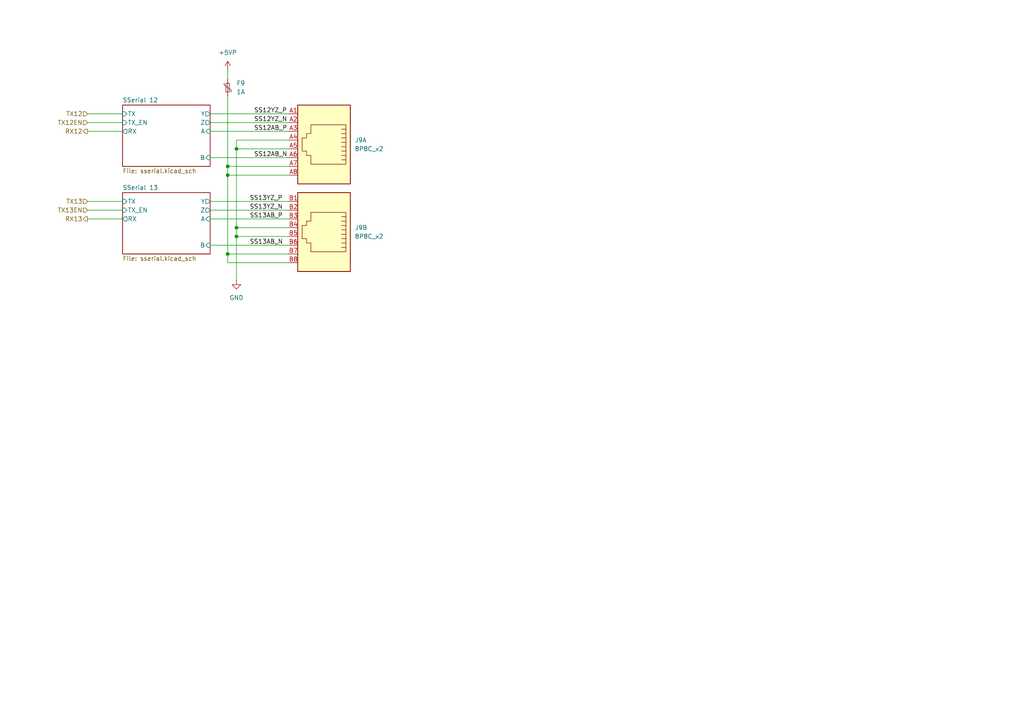
<source format=kicad_sch>
(kicad_sch (version 20250114) (generator "eeschema") (generator_version "9.0")
  (paper "A4")
  (lib_symbols
    (symbol "Device:Polyfuse_Small" (pin_numbers (hide yes)) (pin_names (offset 0))
      (property "Reference" "F" (at -1.905 0 90))
      (property "Value" "Polyfuse_Small" (at 1.905 0 90))
      (symbol "Polyfuse_Small_0_1"
        (polyline (pts (xy -1.016 1.27) (xy -1.016 0.762) (xy 1.016 -0.762) (xy 1.016 -1.27)))
        (rectangle (start -0.508 1.27) (end 0.508 -1.27))
        (polyline (pts (xy 0 2.54) (xy 0 -2.54)))
      )
      (symbol "Polyfuse_Small_1_1"
        (pin passive line (at 0 2.54 270) (length 0.635) (name "~") (number "1"))
        (pin passive line (at 0 -2.54 90) (length 0.635) (name "~") (number "2"))
      )
    )
    (symbol "power:+5VP" (power) (pin_numbers (hide yes)) (pin_names (offset 0) (hide yes))
      (property "Value" "+5VP" (at 0 3.556 0))
      (symbol "+5VP_0_1"
        (polyline (pts (xy -0.762 1.27) (xy 0 2.54)))
        (polyline (pts (xy 0 2.54) (xy 0.762 1.27)))
        (polyline (pts (xy 0 0) (xy 0 2.54)))
      )
      (symbol "+5VP_1_1"
        (pin power_in line (at 0 0 90) (length 0) (name "~") (number "1"))
      )
    )
    (symbol "power:GND" (power) (pin_numbers (hide yes)) (pin_names (offset 0) (hide yes))
      (property "Value" "GND" (at 0 -3.81 0))
      (symbol "GND_0_1"
        (polyline (pts (xy 0 0) (xy 0 -1.27) (xy 1.27 -1.27) (xy 0 -2.54) (xy -1.27 -1.27) (xy 0 -1.27)))
      )
      (symbol "GND_1_1"
        (pin power_in line (at 0 0 270) (length 0) (name "~") (number "1"))
      )
    )
    (symbol "stmbl-fpga-master:8P8C_x2"
      (property "Reference" "J" (at -5.08 13.97 0))
      (property "Value" "8P8C_x2" (at 1.27 13.97 0))
      (symbol "8P8C_x2_0_1"
        (rectangle (start -7.62 12.7) (end 7.62 -10.16) (stroke (width 0.254)) (fill (type background)))
        (polyline (pts (xy -6.35 1.905) (xy -5.08 1.905) (xy -5.08 1.905)))
        (polyline (pts (xy -6.35 0.635) (xy -5.08 0.635) (xy -5.08 0.635)))
        (polyline (pts (xy -6.35 -0.635) (xy -5.08 -0.635) (xy -5.08 -0.635)))
        (polyline (pts (xy -6.35 -1.905) (xy -5.08 -1.905) (xy -5.08 -1.905)))
        (polyline (pts (xy -6.35 -3.175) (xy -5.08 -3.175) (xy -5.08 -3.175)))
        (polyline (pts (xy -6.35 -4.445) (xy -6.35 6.985) (xy 3.81 6.985) (xy 3.81 4.445) (xy 5.08 4.445) (xy 5.08 3.175) (xy 6.35 3.175) (xy 6.35 -0.635) (xy 5.08 -0.635) (xy 5.08 -1.905) (xy 3.81 -1.905) (xy 3.81 -4.445) (xy -6.35 -4.445) (xy -6.35 -4.445)))
        (polyline (pts (xy -5.08 5.715) (xy -6.35 5.715)))
        (polyline (pts (xy -5.08 4.445) (xy -6.35 4.445)))
        (polyline (pts (xy -5.08 3.175) (xy -6.35 3.175) (xy -6.35 3.175)))
      )
      (symbol "8P8C_x2_1_1"
        (pin passive line (at 10.16 10.16 180) (length 2.54) (name "~") (number "A8"))
        (pin passive line (at 10.16 7.62 180) (length 2.54) (name "~") (number "A7"))
        (pin passive line (at 10.16 5.08 180) (length 2.54) (name "~") (number "A6"))
        (pin passive line (at 10.16 2.54 180) (length 2.54) (name "~") (number "A5"))
        (pin passive line (at 10.16 0 180) (length 2.54) (name "~") (number "A4"))
        (pin passive line (at 10.16 -2.54 180) (length 2.54) (name "~") (number "A3"))
        (pin passive line (at 10.16 -5.08 180) (length 2.54) (name "~") (number "A2"))
        (pin passive line (at 10.16 -7.62 180) (length 2.54) (name "~") (number "A1"))
      )
      (symbol "8P8C_x2_2_1"
        (pin passive line (at 10.16 10.16 180) (length 2.54) (name "~") (number "B8"))
        (pin passive line (at 10.16 7.62 180) (length 2.54) (name "~") (number "B7"))
        (pin passive line (at 10.16 5.08 180) (length 2.54) (name "~") (number "B6"))
        (pin passive line (at 10.16 2.54 180) (length 2.54) (name "~") (number "B5"))
        (pin passive line (at 10.16 0 180) (length 2.54) (name "~") (number "B4"))
        (pin passive line (at 10.16 -2.54 180) (length 2.54) (name "~") (number "B3"))
        (pin passive line (at 10.16 -5.08 180) (length 2.54) (name "~") (number "B2"))
        (pin passive line (at 10.16 -7.62 180) (length 2.54) (name "~") (number "B1"))
      )
    )
  )
  (junction (at 66.04 50.8))
  (junction (at 66.04 48.26))
  (junction (at 68.58 68.58))
  (junction (at 68.58 66.04))
  (junction (at 66.04 73.66))
  (junction (at 68.58 43.18))
  (wire (pts (xy 83.82 50.8) (xy 66.04 50.8)))
  (wire (pts (xy 60.96 60.96) (xy 83.82 60.96)))
  (wire (pts (xy 60.96 33.02) (xy 83.82 33.02)))
  (wire (pts (xy 60.96 38.1) (xy 83.82 38.1)))
  (wire (pts (xy 66.04 50.8) (xy 66.04 73.66)))
  (wire (pts (xy 25.4 35.56) (xy 35.56 35.56)))
  (wire (pts (xy 60.96 45.72) (xy 83.82 45.72)))
  (wire (pts (xy 60.96 35.56) (xy 83.82 35.56)))
  (wire (pts (xy 60.96 63.5) (xy 83.82 63.5)))
  (wire (pts (xy 66.04 73.66) (xy 66.04 76.2)))
  (wire (pts (xy 25.4 60.96) (xy 35.56 60.96)))
  (wire (pts (xy 68.58 68.58) (xy 68.58 81.28)))
  (wire (pts (xy 66.04 48.26) (xy 83.82 48.26)))
  (wire (pts (xy 60.96 58.42) (xy 83.82 58.42)))
  (wire (pts (xy 25.4 33.02) (xy 35.56 33.02)))
  (wire (pts (xy 68.58 40.64) (xy 68.58 43.18)))
  (wire (pts (xy 66.04 27.94) (xy 66.04 48.26)))
  (wire (pts (xy 66.04 73.66) (xy 83.82 73.66)))
  (wire (pts (xy 68.58 43.18) (xy 68.58 66.04)))
  (wire (pts (xy 83.82 40.64) (xy 68.58 40.64)))
  (wire (pts (xy 83.82 76.2) (xy 66.04 76.2)))
  (wire (pts (xy 68.58 43.18) (xy 83.82 43.18)))
  (wire (pts (xy 68.58 68.58) (xy 83.82 68.58)))
  (wire (pts (xy 66.04 50.8) (xy 66.04 48.26)))
  (wire (pts (xy 25.4 63.5) (xy 35.56 63.5)))
  (wire (pts (xy 68.58 66.04) (xy 68.58 68.58)))
  (wire (pts (xy 25.4 38.1) (xy 35.56 38.1)))
  (wire (pts (xy 66.04 20.32) (xy 66.04 22.86)))
  (wire (pts (xy 60.96 71.12) (xy 83.82 71.12)))
  (wire (pts (xy 25.4 58.42) (xy 35.56 58.42)))
  (wire (pts (xy 68.58 66.04) (xy 83.82 66.04)))
  (label "SS12YZ_P" (at 73.66 33.02 0))
  (label "SS12YZ_N" (at 73.66 35.56 0))
  (label "SS12AB_N" (at 73.66 45.72 0))
  (label "SS12AB_P" (at 73.66 38.1 0))
  (label "SS13YZ_N" (at 72.39 60.96 0))
  (label "SS13AB_N" (at 72.39 71.12 0))
  (label "SS13AB_P" (at 72.39 63.5 0))
  (label "SS13YZ_P" (at 72.39 58.42 0))
  (hierarchical_label "TX13" (shape input) (at 25.4 58.42 180))
  (hierarchical_label "TX12EN" (shape input) (at 25.4 35.56 180))
  (hierarchical_label "RX13" (shape output) (at 25.4 63.5 180))
  (hierarchical_label "TX12" (shape input) (at 25.4 33.02 180))
  (hierarchical_label "TX13EN" (shape input) (at 25.4 60.96 180))
  (hierarchical_label "RX12" (shape output) (at 25.4 38.1 180))
  (symbol (lib_id "stmbl-fpga-master:8P8C_x2") (at 93.98 66.04 180) (unit 2)
    (property "Reference" "J9" (at 102.87 66.0399 0) (effects (justify right)))
    (property "Value" "8P8C_x2" (at 102.87 68.5799 0) (effects (justify right)))
    (property "Footprint" "stmbl-fpga-master:HC-RJ45-5622-2-6" (effects (hide yes)))
    (property "Description" "RJ connector, 8P8C (8 positions 8 connected), RJ45, four ports" (effects (hide yes)))
  )
  (symbol (lib_id "power:GND") (at 68.58 81.28 0) (unit 1)
    (property "Reference" "#PWR02402" (effects (hide yes)))
    (property "Value" "GND" (at 68.58 86.36 0))
    (property "Description" "Power symbol creates a global label with name \"GND\" , ground" (effects (hide yes)))
  )
  (symbol (lib_id "stmbl-fpga-master:8P8C_x2") (at 93.98 40.64 180) (unit 1)
    (property "Reference" "J9" (at 102.87 40.6399 0) (effects (justify right)))
    (property "Value" "8P8C_x2" (at 102.87 43.1799 0) (effects (justify right)))
    (property "Footprint" "stmbl-fpga-master:HC-RJ45-5622-2-6" (effects (hide yes)))
    (property "Description" "RJ connector, 8P8C (8 positions 8 connected), RJ45, four ports" (effects (hide yes)))
  )
  (symbol (lib_id "power:+5VP") (at 66.04 20.32 0) (unit 1)
    (property "Reference" "#PWR02401" (effects (hide yes)))
    (property "Value" "+5VP" (at 66.04 15.24 0))
    (property "Description" "Power symbol creates a global label with name \"+5VP\"" (effects (hide yes)))
  )
  (symbol (lib_id "Device:Polyfuse_Small") (at 66.04 25.4 0) (unit 1)
    (property "Reference" "F9" (at 68.58 24.1299 0) (effects (justify left)))
    (property "Value" "1A" (at 68.58 26.6699 0) (effects (justify left)))
    (property "Footprint" "Fuse:Fuse_1206_3216Metric" (effects (hide yes)))
    (property "Description" "Resettable fuse, polymeric positive temperature coefficient, small symbol" (effects (hide yes)))
  )
  (sheet (at 35.56 55.88) (size 25.4 17.78) (stroke (width 0.1524))
    (property "Sheetname" "SSerial 13" (at 35.56 55.1684 0) (effects (justify left bottom)))
    (property "Sheetfile" "sserial.kicad_sch" (at 35.56 74.2446 0) (effects (justify left top)))
    (pin "A" input (at 60.96 63.5 0))
    (pin "B" input (at 60.96 71.12 0))
    (pin "RX" output (at 35.56 63.5 180))
    (pin "Y" output (at 60.96 58.42 0))
    (pin "Z" output (at 60.96 60.96 0))
    (pin "TX" input (at 35.56 58.42 180))
    (pin "TX_EN" input (at 35.56 60.96 180))
  )
  (sheet (at 35.56 30.48) (size 25.4 17.78) (stroke (width 0.1524))
    (property "Sheetname" "SSerial 12" (at 35.56 29.7684 0) (effects (justify left bottom)))
    (property "Sheetfile" "sserial.kicad_sch" (at 35.56 48.8446 0) (effects (justify left top)))
    (pin "A" input (at 60.96 38.1 0))
    (pin "B" input (at 60.96 45.72 0))
    (pin "RX" output (at 35.56 38.1 180))
    (pin "Y" output (at 60.96 33.02 0))
    (pin "Z" output (at 60.96 35.56 0))
    (pin "TX" input (at 35.56 33.02 180))
    (pin "TX_EN" input (at 35.56 35.56 180))
  )
)
</source>
